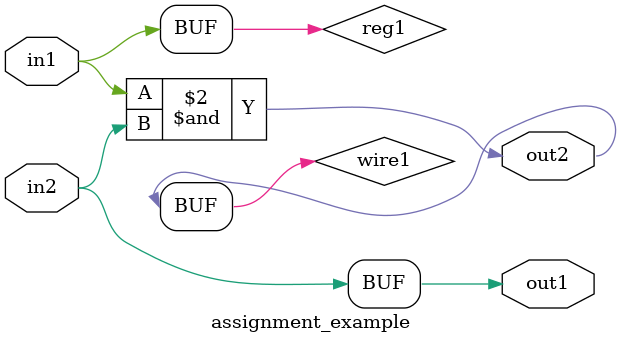
<source format=sv>
/*
Blocking assignment: =
	instant
	outside or inside block for reg type
	occurs as it appears
	comb log as only depends on inputs
	if in an always block, its sequential. maybe always sequential i think
Non-Blocking: <=
	after current time step 
	inside always block
	for clocks and stuff
	seq log as depends on state and inputs
Continuous Assignment: assign x = y 
	for direct input to output
	for wire type

Reg
	holds value
Wire
	does not hold value, ie continuous

*/

module assignment_example (
  input wire in1,
  input wire in2,
  output reg out1,
  output wire out2
);

  reg reg1;  // a register variable
  wire wire1;  // a wire variable

  always @(*) begin
    // Non-blocking assignment to reg1
    reg1 <= in1;
    
    // Blocking assignment to out1
    out1 = in2;
  end

  // Continuous assignment to wire1
  assign wire1 = in1 & in2;
  
  // Continuous assignment to out2
  assign out2 = wire1;

endmodule


</source>
